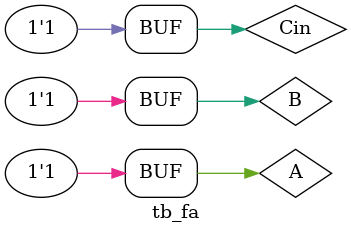
<source format=v>
`timescale 1ns / 1ps


module tb_fa();

reg A, B, Cin;
wire S, Cout;
fa f1 (.a (A), .b (B), .cin(Cin), .sum(S), .cout(Cout));
fa2 f2 (.a (A), .b (B), .cin(Cin), .sum(S), .cout(Cout));
fa3 f3 (.a (A), .b (B), .cin(Cin), .sum(S), .cout(Cout));

initial begin
A = 0;
B = 0;
Cin = 0;
#5
A = 0;
B = 0;
Cin = 1;
#5
A = 0;
B = 1;
Cin = 0;
#5
A = 0;
B = 1;
Cin = 1;
#5
A = 1;
B = 0;
Cin = 0;
#5
A = 1;
B = 0;
Cin = 1;
#5
A = 1;
B = 1;
Cin = 0;
#5
A = 1;
B = 1;
Cin = 1;
end

endmodule

</source>
